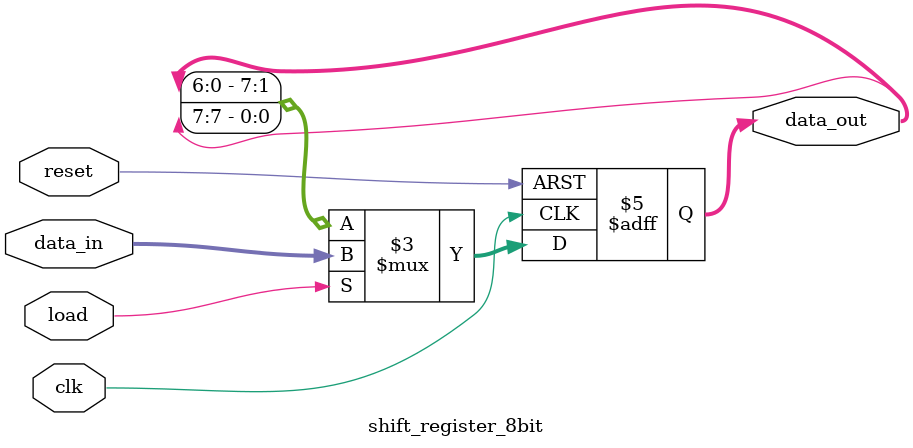
<source format=v>
module shift_register_8bit (
    input wire clk,
    input wire reset,
    input wire load,
    input wire [7:0] data_in,
    output reg [7:0] data_out
);

    always @(posedge clk or posedge reset) begin
        if (reset) begin
            data_out <= 8'b0;
        end
        else if (load) begin
            data_out <= data_in;
        end
        else begin
            data_out <= {data_out[6:0], data_out[7]};
        end
    end

endmodule
</source>
